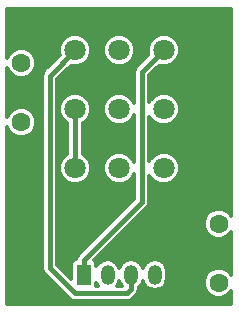
<source format=gbl>
%TF.GenerationSoftware,KiCad,Pcbnew,4.0.4-1.fc24-product*%
%TF.CreationDate,2018-03-01T10:39:20+11:00*%
%TF.ProjectId,MID_STACK,4D49445F535441434B2E6B696361645F,rev?*%
%TF.FileFunction,Copper,L2,Bot,Signal*%
%FSLAX46Y46*%
G04 Gerber Fmt 4.6, Leading zero omitted, Abs format (unit mm)*
G04 Created by KiCad (PCBNEW 4.0.4-1.fc24-product) date Thu Mar  1 10:39:20 2018*
%MOMM*%
%LPD*%
G01*
G04 APERTURE LIST*
%ADD10C,0.100000*%
%ADD11C,1.800000*%
%ADD12R,1.200000X1.700000*%
%ADD13O,1.200000X1.700000*%
%ADD14C,1.600000*%
%ADD15C,0.400000*%
%ADD16C,0.300000*%
G04 APERTURE END LIST*
D10*
D11*
X178750000Y-96000000D03*
X175000000Y-96000000D03*
X171250000Y-96000000D03*
X178750000Y-101000000D03*
X175000000Y-101000000D03*
X171250000Y-101000000D03*
X171250000Y-106000000D03*
X175000000Y-106000000D03*
X178750000Y-106000000D03*
D12*
X172000000Y-115000000D03*
D13*
X174000000Y-115000000D03*
X176000000Y-115000000D03*
X178000000Y-115000000D03*
D14*
X166700000Y-97100000D03*
X166700000Y-102100000D03*
X183400000Y-115700000D03*
X183400000Y-110700000D03*
D15*
X171250000Y-106000000D02*
X171250000Y-104727208D01*
X171250000Y-104727208D02*
X171250000Y-101000000D01*
X178000000Y-114750000D02*
X178000000Y-115000000D01*
X176900000Y-108850000D02*
X176900000Y-97850000D01*
X176900000Y-97850000D02*
X178750000Y-96000000D01*
X172000000Y-115000000D02*
X172000000Y-113750000D01*
X172000000Y-113750000D02*
X176900000Y-108850000D01*
X172000000Y-115000000D02*
X172000000Y-114750000D01*
X176000000Y-115000000D02*
X176000000Y-116250000D01*
X176000000Y-116250000D02*
X175650000Y-116600000D01*
X175650000Y-116600000D02*
X171249998Y-116600000D01*
X171249998Y-116600000D02*
X169100000Y-114450002D01*
X169100000Y-114450002D02*
X169100000Y-98150000D01*
X169100000Y-98150000D02*
X171250000Y-96000000D01*
X176000000Y-115000000D02*
X176000000Y-115250000D01*
D16*
G36*
X184475000Y-110028395D02*
X184460316Y-109992857D01*
X184108993Y-109640919D01*
X183649731Y-109450217D01*
X183152450Y-109449783D01*
X182692857Y-109639684D01*
X182340919Y-109991007D01*
X182150217Y-110450269D01*
X182149783Y-110947550D01*
X182339684Y-111407143D01*
X182691007Y-111759081D01*
X183150269Y-111949783D01*
X183647550Y-111950217D01*
X184107143Y-111760316D01*
X184459081Y-111408993D01*
X184475000Y-111370656D01*
X184475000Y-115028395D01*
X184460316Y-114992857D01*
X184108993Y-114640919D01*
X183649731Y-114450217D01*
X183152450Y-114449783D01*
X182692857Y-114639684D01*
X182340919Y-114991007D01*
X182150217Y-115450269D01*
X182149783Y-115947550D01*
X182339684Y-116407143D01*
X182691007Y-116759081D01*
X183150269Y-116949783D01*
X183647550Y-116950217D01*
X184107143Y-116760316D01*
X184459081Y-116408993D01*
X184475000Y-116370656D01*
X184475000Y-117475000D01*
X165525000Y-117475000D01*
X165525000Y-102529588D01*
X165639684Y-102807143D01*
X165991007Y-103159081D01*
X166450269Y-103349783D01*
X166947550Y-103350217D01*
X167407143Y-103160316D01*
X167759081Y-102808993D01*
X167949783Y-102349731D01*
X167950217Y-101852450D01*
X167760316Y-101392857D01*
X167408993Y-101040919D01*
X166949731Y-100850217D01*
X166452450Y-100849783D01*
X165992857Y-101039684D01*
X165640919Y-101391007D01*
X165525000Y-101670171D01*
X165525000Y-97529588D01*
X165639684Y-97807143D01*
X165991007Y-98159081D01*
X166450269Y-98349783D01*
X166947550Y-98350217D01*
X167407143Y-98160316D01*
X167417477Y-98150000D01*
X168450000Y-98150000D01*
X168450000Y-114450002D01*
X168487730Y-114639684D01*
X168499478Y-114698747D01*
X168640381Y-114909621D01*
X170790378Y-117059619D01*
X171001253Y-117200522D01*
X171042522Y-117208731D01*
X171249998Y-117250000D01*
X175650000Y-117250000D01*
X175857476Y-117208731D01*
X175898745Y-117200522D01*
X176109619Y-117059619D01*
X176459620Y-116709619D01*
X176600522Y-116498744D01*
X176650000Y-116250000D01*
X176650000Y-116079712D01*
X176742462Y-116017931D01*
X176970074Y-115677287D01*
X177000000Y-115526838D01*
X177029926Y-115677287D01*
X177257538Y-116017931D01*
X177598182Y-116245543D01*
X178000000Y-116325469D01*
X178401818Y-116245543D01*
X178742462Y-116017931D01*
X178970074Y-115677287D01*
X179050000Y-115275469D01*
X179050000Y-114724531D01*
X178970074Y-114322713D01*
X178742462Y-113982069D01*
X178401818Y-113754457D01*
X178000000Y-113674531D01*
X177598182Y-113754457D01*
X177257538Y-113982069D01*
X177029926Y-114322713D01*
X177000000Y-114473162D01*
X176970074Y-114322713D01*
X176742462Y-113982069D01*
X176401818Y-113754457D01*
X176000000Y-113674531D01*
X175598182Y-113754457D01*
X175257538Y-113982069D01*
X175029926Y-114322713D01*
X175000000Y-114473162D01*
X174970074Y-114322713D01*
X174742462Y-113982069D01*
X174401818Y-113754457D01*
X174000000Y-113674531D01*
X173598182Y-113754457D01*
X173257538Y-113982069D01*
X173058816Y-114279476D01*
X173058816Y-114150000D01*
X173027438Y-113983240D01*
X172928883Y-113830081D01*
X172875579Y-113793660D01*
X177359619Y-109309620D01*
X177500521Y-109098745D01*
X177500522Y-109098744D01*
X177550000Y-108850000D01*
X177550000Y-106630948D01*
X177604858Y-106763715D01*
X177984288Y-107143807D01*
X178480290Y-107349765D01*
X179017353Y-107350234D01*
X179513715Y-107145142D01*
X179893807Y-106765712D01*
X180099765Y-106269710D01*
X180100234Y-105732647D01*
X179895142Y-105236285D01*
X179515712Y-104856193D01*
X179019710Y-104650235D01*
X178482647Y-104649766D01*
X177986285Y-104854858D01*
X177606193Y-105234288D01*
X177550000Y-105369616D01*
X177550000Y-101630948D01*
X177604858Y-101763715D01*
X177984288Y-102143807D01*
X178480290Y-102349765D01*
X179017353Y-102350234D01*
X179513715Y-102145142D01*
X179893807Y-101765712D01*
X180099765Y-101269710D01*
X180100234Y-100732647D01*
X179895142Y-100236285D01*
X179515712Y-99856193D01*
X179019710Y-99650235D01*
X178482647Y-99649766D01*
X177986285Y-99854858D01*
X177606193Y-100234288D01*
X177550000Y-100369616D01*
X177550000Y-98119238D01*
X178366657Y-97302581D01*
X178480290Y-97349765D01*
X179017353Y-97350234D01*
X179513715Y-97145142D01*
X179893807Y-96765712D01*
X180099765Y-96269710D01*
X180100234Y-95732647D01*
X179895142Y-95236285D01*
X179515712Y-94856193D01*
X179019710Y-94650235D01*
X178482647Y-94649766D01*
X177986285Y-94854858D01*
X177606193Y-95234288D01*
X177400235Y-95730290D01*
X177399766Y-96267353D01*
X177447612Y-96383150D01*
X176440381Y-97390381D01*
X176299478Y-97601255D01*
X176299478Y-97601256D01*
X176250000Y-97850000D01*
X176250000Y-100490061D01*
X176145142Y-100236285D01*
X175765712Y-99856193D01*
X175269710Y-99650235D01*
X174732647Y-99649766D01*
X174236285Y-99854858D01*
X173856193Y-100234288D01*
X173650235Y-100730290D01*
X173649766Y-101267353D01*
X173854858Y-101763715D01*
X174234288Y-102143807D01*
X174730290Y-102349765D01*
X175267353Y-102350234D01*
X175763715Y-102145142D01*
X176143807Y-101765712D01*
X176250000Y-101509971D01*
X176250000Y-105490061D01*
X176145142Y-105236285D01*
X175765712Y-104856193D01*
X175269710Y-104650235D01*
X174732647Y-104649766D01*
X174236285Y-104854858D01*
X173856193Y-105234288D01*
X173650235Y-105730290D01*
X173649766Y-106267353D01*
X173854858Y-106763715D01*
X174234288Y-107143807D01*
X174730290Y-107349765D01*
X175267353Y-107350234D01*
X175763715Y-107145142D01*
X176143807Y-106765712D01*
X176250000Y-106509971D01*
X176250000Y-108580761D01*
X171540381Y-113290381D01*
X171399478Y-113501255D01*
X171399478Y-113501256D01*
X171360210Y-113698671D01*
X171233240Y-113722562D01*
X171080081Y-113821117D01*
X170977332Y-113971495D01*
X170941184Y-114150000D01*
X170941184Y-115371947D01*
X169750000Y-114180764D01*
X169750000Y-101267353D01*
X169899766Y-101267353D01*
X170104858Y-101763715D01*
X170484288Y-102143807D01*
X170600000Y-102191855D01*
X170600000Y-104807872D01*
X170486285Y-104854858D01*
X170106193Y-105234288D01*
X169900235Y-105730290D01*
X169899766Y-106267353D01*
X170104858Y-106763715D01*
X170484288Y-107143807D01*
X170980290Y-107349765D01*
X171517353Y-107350234D01*
X172013715Y-107145142D01*
X172393807Y-106765712D01*
X172599765Y-106269710D01*
X172600234Y-105732647D01*
X172395142Y-105236285D01*
X172015712Y-104856193D01*
X171900000Y-104808145D01*
X171900000Y-102192128D01*
X172013715Y-102145142D01*
X172393807Y-101765712D01*
X172599765Y-101269710D01*
X172600234Y-100732647D01*
X172395142Y-100236285D01*
X172015712Y-99856193D01*
X171519710Y-99650235D01*
X170982647Y-99649766D01*
X170486285Y-99854858D01*
X170106193Y-100234288D01*
X169900235Y-100730290D01*
X169899766Y-101267353D01*
X169750000Y-101267353D01*
X169750000Y-98419238D01*
X170866658Y-97302581D01*
X170980290Y-97349765D01*
X171517353Y-97350234D01*
X172013715Y-97145142D01*
X172393807Y-96765712D01*
X172599765Y-96269710D01*
X172599767Y-96267353D01*
X173649766Y-96267353D01*
X173854858Y-96763715D01*
X174234288Y-97143807D01*
X174730290Y-97349765D01*
X175267353Y-97350234D01*
X175763715Y-97145142D01*
X176143807Y-96765712D01*
X176349765Y-96269710D01*
X176350234Y-95732647D01*
X176145142Y-95236285D01*
X175765712Y-94856193D01*
X175269710Y-94650235D01*
X174732647Y-94649766D01*
X174236285Y-94854858D01*
X173856193Y-95234288D01*
X173650235Y-95730290D01*
X173649766Y-96267353D01*
X172599767Y-96267353D01*
X172600234Y-95732647D01*
X172395142Y-95236285D01*
X172015712Y-94856193D01*
X171519710Y-94650235D01*
X170982647Y-94649766D01*
X170486285Y-94854858D01*
X170106193Y-95234288D01*
X169900235Y-95730290D01*
X169899766Y-96267353D01*
X169947612Y-96383149D01*
X168640381Y-97690381D01*
X168499478Y-97901255D01*
X168499478Y-97901256D01*
X168450000Y-98150000D01*
X167417477Y-98150000D01*
X167759081Y-97808993D01*
X167949783Y-97349731D01*
X167950217Y-96852450D01*
X167760316Y-96392857D01*
X167408993Y-96040919D01*
X166949731Y-95850217D01*
X166452450Y-95849783D01*
X165992857Y-96039684D01*
X165640919Y-96391007D01*
X165525000Y-96670171D01*
X165525000Y-92525000D01*
X184475000Y-92525000D01*
X184475000Y-110028395D01*
X184475000Y-110028395D01*
G37*
X184475000Y-110028395D02*
X184460316Y-109992857D01*
X184108993Y-109640919D01*
X183649731Y-109450217D01*
X183152450Y-109449783D01*
X182692857Y-109639684D01*
X182340919Y-109991007D01*
X182150217Y-110450269D01*
X182149783Y-110947550D01*
X182339684Y-111407143D01*
X182691007Y-111759081D01*
X183150269Y-111949783D01*
X183647550Y-111950217D01*
X184107143Y-111760316D01*
X184459081Y-111408993D01*
X184475000Y-111370656D01*
X184475000Y-115028395D01*
X184460316Y-114992857D01*
X184108993Y-114640919D01*
X183649731Y-114450217D01*
X183152450Y-114449783D01*
X182692857Y-114639684D01*
X182340919Y-114991007D01*
X182150217Y-115450269D01*
X182149783Y-115947550D01*
X182339684Y-116407143D01*
X182691007Y-116759081D01*
X183150269Y-116949783D01*
X183647550Y-116950217D01*
X184107143Y-116760316D01*
X184459081Y-116408993D01*
X184475000Y-116370656D01*
X184475000Y-117475000D01*
X165525000Y-117475000D01*
X165525000Y-102529588D01*
X165639684Y-102807143D01*
X165991007Y-103159081D01*
X166450269Y-103349783D01*
X166947550Y-103350217D01*
X167407143Y-103160316D01*
X167759081Y-102808993D01*
X167949783Y-102349731D01*
X167950217Y-101852450D01*
X167760316Y-101392857D01*
X167408993Y-101040919D01*
X166949731Y-100850217D01*
X166452450Y-100849783D01*
X165992857Y-101039684D01*
X165640919Y-101391007D01*
X165525000Y-101670171D01*
X165525000Y-97529588D01*
X165639684Y-97807143D01*
X165991007Y-98159081D01*
X166450269Y-98349783D01*
X166947550Y-98350217D01*
X167407143Y-98160316D01*
X167417477Y-98150000D01*
X168450000Y-98150000D01*
X168450000Y-114450002D01*
X168487730Y-114639684D01*
X168499478Y-114698747D01*
X168640381Y-114909621D01*
X170790378Y-117059619D01*
X171001253Y-117200522D01*
X171042522Y-117208731D01*
X171249998Y-117250000D01*
X175650000Y-117250000D01*
X175857476Y-117208731D01*
X175898745Y-117200522D01*
X176109619Y-117059619D01*
X176459620Y-116709619D01*
X176600522Y-116498744D01*
X176650000Y-116250000D01*
X176650000Y-116079712D01*
X176742462Y-116017931D01*
X176970074Y-115677287D01*
X177000000Y-115526838D01*
X177029926Y-115677287D01*
X177257538Y-116017931D01*
X177598182Y-116245543D01*
X178000000Y-116325469D01*
X178401818Y-116245543D01*
X178742462Y-116017931D01*
X178970074Y-115677287D01*
X179050000Y-115275469D01*
X179050000Y-114724531D01*
X178970074Y-114322713D01*
X178742462Y-113982069D01*
X178401818Y-113754457D01*
X178000000Y-113674531D01*
X177598182Y-113754457D01*
X177257538Y-113982069D01*
X177029926Y-114322713D01*
X177000000Y-114473162D01*
X176970074Y-114322713D01*
X176742462Y-113982069D01*
X176401818Y-113754457D01*
X176000000Y-113674531D01*
X175598182Y-113754457D01*
X175257538Y-113982069D01*
X175029926Y-114322713D01*
X175000000Y-114473162D01*
X174970074Y-114322713D01*
X174742462Y-113982069D01*
X174401818Y-113754457D01*
X174000000Y-113674531D01*
X173598182Y-113754457D01*
X173257538Y-113982069D01*
X173058816Y-114279476D01*
X173058816Y-114150000D01*
X173027438Y-113983240D01*
X172928883Y-113830081D01*
X172875579Y-113793660D01*
X177359619Y-109309620D01*
X177500521Y-109098745D01*
X177500522Y-109098744D01*
X177550000Y-108850000D01*
X177550000Y-106630948D01*
X177604858Y-106763715D01*
X177984288Y-107143807D01*
X178480290Y-107349765D01*
X179017353Y-107350234D01*
X179513715Y-107145142D01*
X179893807Y-106765712D01*
X180099765Y-106269710D01*
X180100234Y-105732647D01*
X179895142Y-105236285D01*
X179515712Y-104856193D01*
X179019710Y-104650235D01*
X178482647Y-104649766D01*
X177986285Y-104854858D01*
X177606193Y-105234288D01*
X177550000Y-105369616D01*
X177550000Y-101630948D01*
X177604858Y-101763715D01*
X177984288Y-102143807D01*
X178480290Y-102349765D01*
X179017353Y-102350234D01*
X179513715Y-102145142D01*
X179893807Y-101765712D01*
X180099765Y-101269710D01*
X180100234Y-100732647D01*
X179895142Y-100236285D01*
X179515712Y-99856193D01*
X179019710Y-99650235D01*
X178482647Y-99649766D01*
X177986285Y-99854858D01*
X177606193Y-100234288D01*
X177550000Y-100369616D01*
X177550000Y-98119238D01*
X178366657Y-97302581D01*
X178480290Y-97349765D01*
X179017353Y-97350234D01*
X179513715Y-97145142D01*
X179893807Y-96765712D01*
X180099765Y-96269710D01*
X180100234Y-95732647D01*
X179895142Y-95236285D01*
X179515712Y-94856193D01*
X179019710Y-94650235D01*
X178482647Y-94649766D01*
X177986285Y-94854858D01*
X177606193Y-95234288D01*
X177400235Y-95730290D01*
X177399766Y-96267353D01*
X177447612Y-96383150D01*
X176440381Y-97390381D01*
X176299478Y-97601255D01*
X176299478Y-97601256D01*
X176250000Y-97850000D01*
X176250000Y-100490061D01*
X176145142Y-100236285D01*
X175765712Y-99856193D01*
X175269710Y-99650235D01*
X174732647Y-99649766D01*
X174236285Y-99854858D01*
X173856193Y-100234288D01*
X173650235Y-100730290D01*
X173649766Y-101267353D01*
X173854858Y-101763715D01*
X174234288Y-102143807D01*
X174730290Y-102349765D01*
X175267353Y-102350234D01*
X175763715Y-102145142D01*
X176143807Y-101765712D01*
X176250000Y-101509971D01*
X176250000Y-105490061D01*
X176145142Y-105236285D01*
X175765712Y-104856193D01*
X175269710Y-104650235D01*
X174732647Y-104649766D01*
X174236285Y-104854858D01*
X173856193Y-105234288D01*
X173650235Y-105730290D01*
X173649766Y-106267353D01*
X173854858Y-106763715D01*
X174234288Y-107143807D01*
X174730290Y-107349765D01*
X175267353Y-107350234D01*
X175763715Y-107145142D01*
X176143807Y-106765712D01*
X176250000Y-106509971D01*
X176250000Y-108580761D01*
X171540381Y-113290381D01*
X171399478Y-113501255D01*
X171399478Y-113501256D01*
X171360210Y-113698671D01*
X171233240Y-113722562D01*
X171080081Y-113821117D01*
X170977332Y-113971495D01*
X170941184Y-114150000D01*
X170941184Y-115371947D01*
X169750000Y-114180764D01*
X169750000Y-101267353D01*
X169899766Y-101267353D01*
X170104858Y-101763715D01*
X170484288Y-102143807D01*
X170600000Y-102191855D01*
X170600000Y-104807872D01*
X170486285Y-104854858D01*
X170106193Y-105234288D01*
X169900235Y-105730290D01*
X169899766Y-106267353D01*
X170104858Y-106763715D01*
X170484288Y-107143807D01*
X170980290Y-107349765D01*
X171517353Y-107350234D01*
X172013715Y-107145142D01*
X172393807Y-106765712D01*
X172599765Y-106269710D01*
X172600234Y-105732647D01*
X172395142Y-105236285D01*
X172015712Y-104856193D01*
X171900000Y-104808145D01*
X171900000Y-102192128D01*
X172013715Y-102145142D01*
X172393807Y-101765712D01*
X172599765Y-101269710D01*
X172600234Y-100732647D01*
X172395142Y-100236285D01*
X172015712Y-99856193D01*
X171519710Y-99650235D01*
X170982647Y-99649766D01*
X170486285Y-99854858D01*
X170106193Y-100234288D01*
X169900235Y-100730290D01*
X169899766Y-101267353D01*
X169750000Y-101267353D01*
X169750000Y-98419238D01*
X170866658Y-97302581D01*
X170980290Y-97349765D01*
X171517353Y-97350234D01*
X172013715Y-97145142D01*
X172393807Y-96765712D01*
X172599765Y-96269710D01*
X172599767Y-96267353D01*
X173649766Y-96267353D01*
X173854858Y-96763715D01*
X174234288Y-97143807D01*
X174730290Y-97349765D01*
X175267353Y-97350234D01*
X175763715Y-97145142D01*
X176143807Y-96765712D01*
X176349765Y-96269710D01*
X176350234Y-95732647D01*
X176145142Y-95236285D01*
X175765712Y-94856193D01*
X175269710Y-94650235D01*
X174732647Y-94649766D01*
X174236285Y-94854858D01*
X173856193Y-95234288D01*
X173650235Y-95730290D01*
X173649766Y-96267353D01*
X172599767Y-96267353D01*
X172600234Y-95732647D01*
X172395142Y-95236285D01*
X172015712Y-94856193D01*
X171519710Y-94650235D01*
X170982647Y-94649766D01*
X170486285Y-94854858D01*
X170106193Y-95234288D01*
X169900235Y-95730290D01*
X169899766Y-96267353D01*
X169947612Y-96383149D01*
X168640381Y-97690381D01*
X168499478Y-97901255D01*
X168499478Y-97901256D01*
X168450000Y-98150000D01*
X167417477Y-98150000D01*
X167759081Y-97808993D01*
X167949783Y-97349731D01*
X167950217Y-96852450D01*
X167760316Y-96392857D01*
X167408993Y-96040919D01*
X166949731Y-95850217D01*
X166452450Y-95849783D01*
X165992857Y-96039684D01*
X165640919Y-96391007D01*
X165525000Y-96670171D01*
X165525000Y-92525000D01*
X184475000Y-92525000D01*
X184475000Y-110028395D01*
G36*
X173212148Y-115950000D02*
X173038566Y-115950000D01*
X173058816Y-115850000D01*
X173058816Y-115720524D01*
X173212148Y-115950000D01*
X173212148Y-115950000D01*
G37*
X173212148Y-115950000D02*
X173038566Y-115950000D01*
X173058816Y-115850000D01*
X173058816Y-115720524D01*
X173212148Y-115950000D01*
G36*
X175029926Y-115677287D02*
X175212148Y-115950000D01*
X174787852Y-115950000D01*
X174970074Y-115677287D01*
X175000000Y-115526838D01*
X175029926Y-115677287D01*
X175029926Y-115677287D01*
G37*
X175029926Y-115677287D02*
X175212148Y-115950000D01*
X174787852Y-115950000D01*
X174970074Y-115677287D01*
X175000000Y-115526838D01*
X175029926Y-115677287D01*
M02*

</source>
